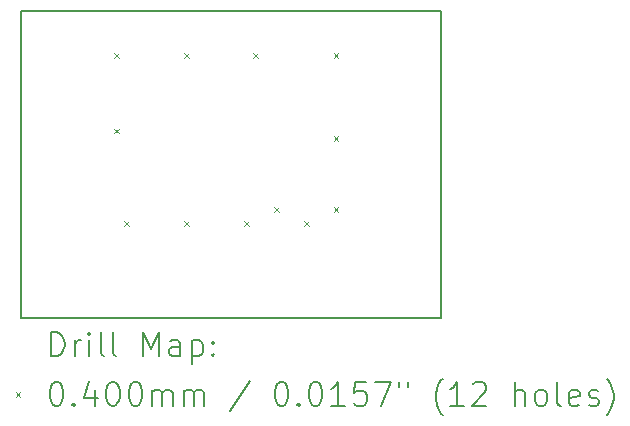
<source format=gbr>
%TF.GenerationSoftware,KiCad,Pcbnew,8.0.1*%
%TF.CreationDate,2024-05-13T16:53:03-04:00*%
%TF.ProjectId,LM1085,4c4d3130-3835-42e6-9b69-6361645f7063,rev?*%
%TF.SameCoordinates,Original*%
%TF.FileFunction,Drillmap*%
%TF.FilePolarity,Positive*%
%FSLAX45Y45*%
G04 Gerber Fmt 4.5, Leading zero omitted, Abs format (unit mm)*
G04 Created by KiCad (PCBNEW 8.0.1) date 2024-05-13 16:53:03*
%MOMM*%
%LPD*%
G01*
G04 APERTURE LIST*
%ADD10C,0.150000*%
%ADD11C,0.200000*%
%ADD12C,0.100000*%
G04 APERTURE END LIST*
D10*
X13335049Y-12001500D02*
X13334951Y-9398000D01*
X16890951Y-9398000D02*
X16890976Y-12001500D01*
X16890976Y-12001500D02*
X13335049Y-12001500D01*
X13334951Y-9398000D02*
X16890951Y-9398000D01*
D11*
D12*
X14119743Y-9755000D02*
X14159743Y-9795000D01*
X14159743Y-9755000D02*
X14119743Y-9795000D01*
X14119743Y-10394000D02*
X14159743Y-10434000D01*
X14159743Y-10394000D02*
X14119743Y-10434000D01*
X14204000Y-11180000D02*
X14244000Y-11220000D01*
X14244000Y-11180000D02*
X14204000Y-11220000D01*
X14712000Y-9755000D02*
X14752000Y-9795000D01*
X14752000Y-9755000D02*
X14712000Y-9795000D01*
X14712000Y-11180000D02*
X14752000Y-11220000D01*
X14752000Y-11180000D02*
X14712000Y-11220000D01*
X15220000Y-11180000D02*
X15260000Y-11220000D01*
X15260000Y-11180000D02*
X15220000Y-11220000D01*
X15300991Y-9755000D02*
X15340991Y-9795000D01*
X15340991Y-9755000D02*
X15300991Y-9795000D01*
X15474000Y-11060000D02*
X15514000Y-11100000D01*
X15514000Y-11060000D02*
X15474000Y-11100000D01*
X15728000Y-11180000D02*
X15768000Y-11220000D01*
X15768000Y-11180000D02*
X15728000Y-11220000D01*
X15980000Y-9755000D02*
X16020000Y-9795000D01*
X16020000Y-9755000D02*
X15980000Y-9795000D01*
X15980000Y-10460000D02*
X16020000Y-10500000D01*
X16020000Y-10460000D02*
X15980000Y-10500000D01*
X15980000Y-11060000D02*
X16020000Y-11100000D01*
X16020000Y-11060000D02*
X15980000Y-11100000D01*
D11*
X13588228Y-12320484D02*
X13588228Y-12120484D01*
X13588228Y-12120484D02*
X13635847Y-12120484D01*
X13635847Y-12120484D02*
X13664418Y-12130008D01*
X13664418Y-12130008D02*
X13683466Y-12149055D01*
X13683466Y-12149055D02*
X13692990Y-12168103D01*
X13692990Y-12168103D02*
X13702514Y-12206198D01*
X13702514Y-12206198D02*
X13702514Y-12234769D01*
X13702514Y-12234769D02*
X13692990Y-12272865D01*
X13692990Y-12272865D02*
X13683466Y-12291912D01*
X13683466Y-12291912D02*
X13664418Y-12310960D01*
X13664418Y-12310960D02*
X13635847Y-12320484D01*
X13635847Y-12320484D02*
X13588228Y-12320484D01*
X13788228Y-12320484D02*
X13788228Y-12187150D01*
X13788228Y-12225246D02*
X13797752Y-12206198D01*
X13797752Y-12206198D02*
X13807275Y-12196674D01*
X13807275Y-12196674D02*
X13826323Y-12187150D01*
X13826323Y-12187150D02*
X13845371Y-12187150D01*
X13912037Y-12320484D02*
X13912037Y-12187150D01*
X13912037Y-12120484D02*
X13902514Y-12130008D01*
X13902514Y-12130008D02*
X13912037Y-12139531D01*
X13912037Y-12139531D02*
X13921561Y-12130008D01*
X13921561Y-12130008D02*
X13912037Y-12120484D01*
X13912037Y-12120484D02*
X13912037Y-12139531D01*
X14035847Y-12320484D02*
X14016799Y-12310960D01*
X14016799Y-12310960D02*
X14007275Y-12291912D01*
X14007275Y-12291912D02*
X14007275Y-12120484D01*
X14140609Y-12320484D02*
X14121561Y-12310960D01*
X14121561Y-12310960D02*
X14112037Y-12291912D01*
X14112037Y-12291912D02*
X14112037Y-12120484D01*
X14369180Y-12320484D02*
X14369180Y-12120484D01*
X14369180Y-12120484D02*
X14435847Y-12263341D01*
X14435847Y-12263341D02*
X14502514Y-12120484D01*
X14502514Y-12120484D02*
X14502514Y-12320484D01*
X14683466Y-12320484D02*
X14683466Y-12215722D01*
X14683466Y-12215722D02*
X14673942Y-12196674D01*
X14673942Y-12196674D02*
X14654895Y-12187150D01*
X14654895Y-12187150D02*
X14616799Y-12187150D01*
X14616799Y-12187150D02*
X14597752Y-12196674D01*
X14683466Y-12310960D02*
X14664418Y-12320484D01*
X14664418Y-12320484D02*
X14616799Y-12320484D01*
X14616799Y-12320484D02*
X14597752Y-12310960D01*
X14597752Y-12310960D02*
X14588228Y-12291912D01*
X14588228Y-12291912D02*
X14588228Y-12272865D01*
X14588228Y-12272865D02*
X14597752Y-12253817D01*
X14597752Y-12253817D02*
X14616799Y-12244293D01*
X14616799Y-12244293D02*
X14664418Y-12244293D01*
X14664418Y-12244293D02*
X14683466Y-12234769D01*
X14778704Y-12187150D02*
X14778704Y-12387150D01*
X14778704Y-12196674D02*
X14797752Y-12187150D01*
X14797752Y-12187150D02*
X14835847Y-12187150D01*
X14835847Y-12187150D02*
X14854895Y-12196674D01*
X14854895Y-12196674D02*
X14864418Y-12206198D01*
X14864418Y-12206198D02*
X14873942Y-12225246D01*
X14873942Y-12225246D02*
X14873942Y-12282388D01*
X14873942Y-12282388D02*
X14864418Y-12301436D01*
X14864418Y-12301436D02*
X14854895Y-12310960D01*
X14854895Y-12310960D02*
X14835847Y-12320484D01*
X14835847Y-12320484D02*
X14797752Y-12320484D01*
X14797752Y-12320484D02*
X14778704Y-12310960D01*
X14959656Y-12301436D02*
X14969180Y-12310960D01*
X14969180Y-12310960D02*
X14959656Y-12320484D01*
X14959656Y-12320484D02*
X14950133Y-12310960D01*
X14950133Y-12310960D02*
X14959656Y-12301436D01*
X14959656Y-12301436D02*
X14959656Y-12320484D01*
X14959656Y-12196674D02*
X14969180Y-12206198D01*
X14969180Y-12206198D02*
X14959656Y-12215722D01*
X14959656Y-12215722D02*
X14950133Y-12206198D01*
X14950133Y-12206198D02*
X14959656Y-12196674D01*
X14959656Y-12196674D02*
X14959656Y-12215722D01*
D12*
X13287451Y-12629000D02*
X13327451Y-12669000D01*
X13327451Y-12629000D02*
X13287451Y-12669000D01*
D11*
X13626323Y-12540484D02*
X13645371Y-12540484D01*
X13645371Y-12540484D02*
X13664418Y-12550008D01*
X13664418Y-12550008D02*
X13673942Y-12559531D01*
X13673942Y-12559531D02*
X13683466Y-12578579D01*
X13683466Y-12578579D02*
X13692990Y-12616674D01*
X13692990Y-12616674D02*
X13692990Y-12664293D01*
X13692990Y-12664293D02*
X13683466Y-12702388D01*
X13683466Y-12702388D02*
X13673942Y-12721436D01*
X13673942Y-12721436D02*
X13664418Y-12730960D01*
X13664418Y-12730960D02*
X13645371Y-12740484D01*
X13645371Y-12740484D02*
X13626323Y-12740484D01*
X13626323Y-12740484D02*
X13607275Y-12730960D01*
X13607275Y-12730960D02*
X13597752Y-12721436D01*
X13597752Y-12721436D02*
X13588228Y-12702388D01*
X13588228Y-12702388D02*
X13578704Y-12664293D01*
X13578704Y-12664293D02*
X13578704Y-12616674D01*
X13578704Y-12616674D02*
X13588228Y-12578579D01*
X13588228Y-12578579D02*
X13597752Y-12559531D01*
X13597752Y-12559531D02*
X13607275Y-12550008D01*
X13607275Y-12550008D02*
X13626323Y-12540484D01*
X13778704Y-12721436D02*
X13788228Y-12730960D01*
X13788228Y-12730960D02*
X13778704Y-12740484D01*
X13778704Y-12740484D02*
X13769180Y-12730960D01*
X13769180Y-12730960D02*
X13778704Y-12721436D01*
X13778704Y-12721436D02*
X13778704Y-12740484D01*
X13959656Y-12607150D02*
X13959656Y-12740484D01*
X13912037Y-12530960D02*
X13864418Y-12673817D01*
X13864418Y-12673817D02*
X13988228Y-12673817D01*
X14102514Y-12540484D02*
X14121561Y-12540484D01*
X14121561Y-12540484D02*
X14140609Y-12550008D01*
X14140609Y-12550008D02*
X14150133Y-12559531D01*
X14150133Y-12559531D02*
X14159656Y-12578579D01*
X14159656Y-12578579D02*
X14169180Y-12616674D01*
X14169180Y-12616674D02*
X14169180Y-12664293D01*
X14169180Y-12664293D02*
X14159656Y-12702388D01*
X14159656Y-12702388D02*
X14150133Y-12721436D01*
X14150133Y-12721436D02*
X14140609Y-12730960D01*
X14140609Y-12730960D02*
X14121561Y-12740484D01*
X14121561Y-12740484D02*
X14102514Y-12740484D01*
X14102514Y-12740484D02*
X14083466Y-12730960D01*
X14083466Y-12730960D02*
X14073942Y-12721436D01*
X14073942Y-12721436D02*
X14064418Y-12702388D01*
X14064418Y-12702388D02*
X14054895Y-12664293D01*
X14054895Y-12664293D02*
X14054895Y-12616674D01*
X14054895Y-12616674D02*
X14064418Y-12578579D01*
X14064418Y-12578579D02*
X14073942Y-12559531D01*
X14073942Y-12559531D02*
X14083466Y-12550008D01*
X14083466Y-12550008D02*
X14102514Y-12540484D01*
X14292990Y-12540484D02*
X14312037Y-12540484D01*
X14312037Y-12540484D02*
X14331085Y-12550008D01*
X14331085Y-12550008D02*
X14340609Y-12559531D01*
X14340609Y-12559531D02*
X14350133Y-12578579D01*
X14350133Y-12578579D02*
X14359656Y-12616674D01*
X14359656Y-12616674D02*
X14359656Y-12664293D01*
X14359656Y-12664293D02*
X14350133Y-12702388D01*
X14350133Y-12702388D02*
X14340609Y-12721436D01*
X14340609Y-12721436D02*
X14331085Y-12730960D01*
X14331085Y-12730960D02*
X14312037Y-12740484D01*
X14312037Y-12740484D02*
X14292990Y-12740484D01*
X14292990Y-12740484D02*
X14273942Y-12730960D01*
X14273942Y-12730960D02*
X14264418Y-12721436D01*
X14264418Y-12721436D02*
X14254895Y-12702388D01*
X14254895Y-12702388D02*
X14245371Y-12664293D01*
X14245371Y-12664293D02*
X14245371Y-12616674D01*
X14245371Y-12616674D02*
X14254895Y-12578579D01*
X14254895Y-12578579D02*
X14264418Y-12559531D01*
X14264418Y-12559531D02*
X14273942Y-12550008D01*
X14273942Y-12550008D02*
X14292990Y-12540484D01*
X14445371Y-12740484D02*
X14445371Y-12607150D01*
X14445371Y-12626198D02*
X14454895Y-12616674D01*
X14454895Y-12616674D02*
X14473942Y-12607150D01*
X14473942Y-12607150D02*
X14502514Y-12607150D01*
X14502514Y-12607150D02*
X14521561Y-12616674D01*
X14521561Y-12616674D02*
X14531085Y-12635722D01*
X14531085Y-12635722D02*
X14531085Y-12740484D01*
X14531085Y-12635722D02*
X14540609Y-12616674D01*
X14540609Y-12616674D02*
X14559656Y-12607150D01*
X14559656Y-12607150D02*
X14588228Y-12607150D01*
X14588228Y-12607150D02*
X14607276Y-12616674D01*
X14607276Y-12616674D02*
X14616799Y-12635722D01*
X14616799Y-12635722D02*
X14616799Y-12740484D01*
X14712037Y-12740484D02*
X14712037Y-12607150D01*
X14712037Y-12626198D02*
X14721561Y-12616674D01*
X14721561Y-12616674D02*
X14740609Y-12607150D01*
X14740609Y-12607150D02*
X14769180Y-12607150D01*
X14769180Y-12607150D02*
X14788228Y-12616674D01*
X14788228Y-12616674D02*
X14797752Y-12635722D01*
X14797752Y-12635722D02*
X14797752Y-12740484D01*
X14797752Y-12635722D02*
X14807276Y-12616674D01*
X14807276Y-12616674D02*
X14826323Y-12607150D01*
X14826323Y-12607150D02*
X14854895Y-12607150D01*
X14854895Y-12607150D02*
X14873942Y-12616674D01*
X14873942Y-12616674D02*
X14883466Y-12635722D01*
X14883466Y-12635722D02*
X14883466Y-12740484D01*
X15273942Y-12530960D02*
X15102514Y-12788103D01*
X15531085Y-12540484D02*
X15550133Y-12540484D01*
X15550133Y-12540484D02*
X15569180Y-12550008D01*
X15569180Y-12550008D02*
X15578704Y-12559531D01*
X15578704Y-12559531D02*
X15588228Y-12578579D01*
X15588228Y-12578579D02*
X15597752Y-12616674D01*
X15597752Y-12616674D02*
X15597752Y-12664293D01*
X15597752Y-12664293D02*
X15588228Y-12702388D01*
X15588228Y-12702388D02*
X15578704Y-12721436D01*
X15578704Y-12721436D02*
X15569180Y-12730960D01*
X15569180Y-12730960D02*
X15550133Y-12740484D01*
X15550133Y-12740484D02*
X15531085Y-12740484D01*
X15531085Y-12740484D02*
X15512038Y-12730960D01*
X15512038Y-12730960D02*
X15502514Y-12721436D01*
X15502514Y-12721436D02*
X15492990Y-12702388D01*
X15492990Y-12702388D02*
X15483466Y-12664293D01*
X15483466Y-12664293D02*
X15483466Y-12616674D01*
X15483466Y-12616674D02*
X15492990Y-12578579D01*
X15492990Y-12578579D02*
X15502514Y-12559531D01*
X15502514Y-12559531D02*
X15512038Y-12550008D01*
X15512038Y-12550008D02*
X15531085Y-12540484D01*
X15683466Y-12721436D02*
X15692990Y-12730960D01*
X15692990Y-12730960D02*
X15683466Y-12740484D01*
X15683466Y-12740484D02*
X15673942Y-12730960D01*
X15673942Y-12730960D02*
X15683466Y-12721436D01*
X15683466Y-12721436D02*
X15683466Y-12740484D01*
X15816799Y-12540484D02*
X15835847Y-12540484D01*
X15835847Y-12540484D02*
X15854895Y-12550008D01*
X15854895Y-12550008D02*
X15864419Y-12559531D01*
X15864419Y-12559531D02*
X15873942Y-12578579D01*
X15873942Y-12578579D02*
X15883466Y-12616674D01*
X15883466Y-12616674D02*
X15883466Y-12664293D01*
X15883466Y-12664293D02*
X15873942Y-12702388D01*
X15873942Y-12702388D02*
X15864419Y-12721436D01*
X15864419Y-12721436D02*
X15854895Y-12730960D01*
X15854895Y-12730960D02*
X15835847Y-12740484D01*
X15835847Y-12740484D02*
X15816799Y-12740484D01*
X15816799Y-12740484D02*
X15797752Y-12730960D01*
X15797752Y-12730960D02*
X15788228Y-12721436D01*
X15788228Y-12721436D02*
X15778704Y-12702388D01*
X15778704Y-12702388D02*
X15769180Y-12664293D01*
X15769180Y-12664293D02*
X15769180Y-12616674D01*
X15769180Y-12616674D02*
X15778704Y-12578579D01*
X15778704Y-12578579D02*
X15788228Y-12559531D01*
X15788228Y-12559531D02*
X15797752Y-12550008D01*
X15797752Y-12550008D02*
X15816799Y-12540484D01*
X16073942Y-12740484D02*
X15959657Y-12740484D01*
X16016799Y-12740484D02*
X16016799Y-12540484D01*
X16016799Y-12540484D02*
X15997752Y-12569055D01*
X15997752Y-12569055D02*
X15978704Y-12588103D01*
X15978704Y-12588103D02*
X15959657Y-12597627D01*
X16254895Y-12540484D02*
X16159657Y-12540484D01*
X16159657Y-12540484D02*
X16150133Y-12635722D01*
X16150133Y-12635722D02*
X16159657Y-12626198D01*
X16159657Y-12626198D02*
X16178704Y-12616674D01*
X16178704Y-12616674D02*
X16226323Y-12616674D01*
X16226323Y-12616674D02*
X16245371Y-12626198D01*
X16245371Y-12626198D02*
X16254895Y-12635722D01*
X16254895Y-12635722D02*
X16264419Y-12654769D01*
X16264419Y-12654769D02*
X16264419Y-12702388D01*
X16264419Y-12702388D02*
X16254895Y-12721436D01*
X16254895Y-12721436D02*
X16245371Y-12730960D01*
X16245371Y-12730960D02*
X16226323Y-12740484D01*
X16226323Y-12740484D02*
X16178704Y-12740484D01*
X16178704Y-12740484D02*
X16159657Y-12730960D01*
X16159657Y-12730960D02*
X16150133Y-12721436D01*
X16331085Y-12540484D02*
X16464419Y-12540484D01*
X16464419Y-12540484D02*
X16378704Y-12740484D01*
X16531085Y-12540484D02*
X16531085Y-12578579D01*
X16607276Y-12540484D02*
X16607276Y-12578579D01*
X16902514Y-12816674D02*
X16892990Y-12807150D01*
X16892990Y-12807150D02*
X16873943Y-12778579D01*
X16873943Y-12778579D02*
X16864419Y-12759531D01*
X16864419Y-12759531D02*
X16854895Y-12730960D01*
X16854895Y-12730960D02*
X16845371Y-12683341D01*
X16845371Y-12683341D02*
X16845371Y-12645246D01*
X16845371Y-12645246D02*
X16854895Y-12597627D01*
X16854895Y-12597627D02*
X16864419Y-12569055D01*
X16864419Y-12569055D02*
X16873943Y-12550008D01*
X16873943Y-12550008D02*
X16892990Y-12521436D01*
X16892990Y-12521436D02*
X16902514Y-12511912D01*
X17083466Y-12740484D02*
X16969181Y-12740484D01*
X17026323Y-12740484D02*
X17026323Y-12540484D01*
X17026323Y-12540484D02*
X17007276Y-12569055D01*
X17007276Y-12569055D02*
X16988228Y-12588103D01*
X16988228Y-12588103D02*
X16969181Y-12597627D01*
X17159657Y-12559531D02*
X17169181Y-12550008D01*
X17169181Y-12550008D02*
X17188228Y-12540484D01*
X17188228Y-12540484D02*
X17235847Y-12540484D01*
X17235847Y-12540484D02*
X17254895Y-12550008D01*
X17254895Y-12550008D02*
X17264419Y-12559531D01*
X17264419Y-12559531D02*
X17273943Y-12578579D01*
X17273943Y-12578579D02*
X17273943Y-12597627D01*
X17273943Y-12597627D02*
X17264419Y-12626198D01*
X17264419Y-12626198D02*
X17150133Y-12740484D01*
X17150133Y-12740484D02*
X17273943Y-12740484D01*
X17512038Y-12740484D02*
X17512038Y-12540484D01*
X17597752Y-12740484D02*
X17597752Y-12635722D01*
X17597752Y-12635722D02*
X17588228Y-12616674D01*
X17588228Y-12616674D02*
X17569181Y-12607150D01*
X17569181Y-12607150D02*
X17540609Y-12607150D01*
X17540609Y-12607150D02*
X17521562Y-12616674D01*
X17521562Y-12616674D02*
X17512038Y-12626198D01*
X17721562Y-12740484D02*
X17702514Y-12730960D01*
X17702514Y-12730960D02*
X17692990Y-12721436D01*
X17692990Y-12721436D02*
X17683466Y-12702388D01*
X17683466Y-12702388D02*
X17683466Y-12645246D01*
X17683466Y-12645246D02*
X17692990Y-12626198D01*
X17692990Y-12626198D02*
X17702514Y-12616674D01*
X17702514Y-12616674D02*
X17721562Y-12607150D01*
X17721562Y-12607150D02*
X17750133Y-12607150D01*
X17750133Y-12607150D02*
X17769181Y-12616674D01*
X17769181Y-12616674D02*
X17778705Y-12626198D01*
X17778705Y-12626198D02*
X17788228Y-12645246D01*
X17788228Y-12645246D02*
X17788228Y-12702388D01*
X17788228Y-12702388D02*
X17778705Y-12721436D01*
X17778705Y-12721436D02*
X17769181Y-12730960D01*
X17769181Y-12730960D02*
X17750133Y-12740484D01*
X17750133Y-12740484D02*
X17721562Y-12740484D01*
X17902514Y-12740484D02*
X17883466Y-12730960D01*
X17883466Y-12730960D02*
X17873943Y-12711912D01*
X17873943Y-12711912D02*
X17873943Y-12540484D01*
X18054895Y-12730960D02*
X18035847Y-12740484D01*
X18035847Y-12740484D02*
X17997752Y-12740484D01*
X17997752Y-12740484D02*
X17978705Y-12730960D01*
X17978705Y-12730960D02*
X17969181Y-12711912D01*
X17969181Y-12711912D02*
X17969181Y-12635722D01*
X17969181Y-12635722D02*
X17978705Y-12616674D01*
X17978705Y-12616674D02*
X17997752Y-12607150D01*
X17997752Y-12607150D02*
X18035847Y-12607150D01*
X18035847Y-12607150D02*
X18054895Y-12616674D01*
X18054895Y-12616674D02*
X18064419Y-12635722D01*
X18064419Y-12635722D02*
X18064419Y-12654769D01*
X18064419Y-12654769D02*
X17969181Y-12673817D01*
X18140609Y-12730960D02*
X18159657Y-12740484D01*
X18159657Y-12740484D02*
X18197752Y-12740484D01*
X18197752Y-12740484D02*
X18216800Y-12730960D01*
X18216800Y-12730960D02*
X18226324Y-12711912D01*
X18226324Y-12711912D02*
X18226324Y-12702388D01*
X18226324Y-12702388D02*
X18216800Y-12683341D01*
X18216800Y-12683341D02*
X18197752Y-12673817D01*
X18197752Y-12673817D02*
X18169181Y-12673817D01*
X18169181Y-12673817D02*
X18150133Y-12664293D01*
X18150133Y-12664293D02*
X18140609Y-12645246D01*
X18140609Y-12645246D02*
X18140609Y-12635722D01*
X18140609Y-12635722D02*
X18150133Y-12616674D01*
X18150133Y-12616674D02*
X18169181Y-12607150D01*
X18169181Y-12607150D02*
X18197752Y-12607150D01*
X18197752Y-12607150D02*
X18216800Y-12616674D01*
X18292990Y-12816674D02*
X18302514Y-12807150D01*
X18302514Y-12807150D02*
X18321562Y-12778579D01*
X18321562Y-12778579D02*
X18331086Y-12759531D01*
X18331086Y-12759531D02*
X18340609Y-12730960D01*
X18340609Y-12730960D02*
X18350133Y-12683341D01*
X18350133Y-12683341D02*
X18350133Y-12645246D01*
X18350133Y-12645246D02*
X18340609Y-12597627D01*
X18340609Y-12597627D02*
X18331086Y-12569055D01*
X18331086Y-12569055D02*
X18321562Y-12550008D01*
X18321562Y-12550008D02*
X18302514Y-12521436D01*
X18302514Y-12521436D02*
X18292990Y-12511912D01*
M02*

</source>
